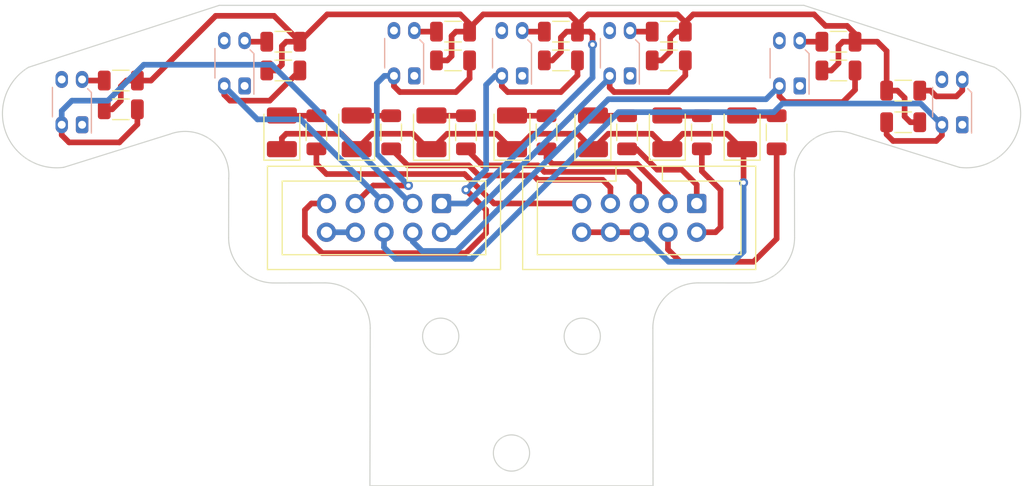
<source format=kicad_pcb>
(kicad_pcb (version 20221018) (generator pcbnew)
  (layers (0 "F.Cu" signal) (31 "B.Cu" signal) (34 "B.Paste" user) (35 "F.Paste" user) (36 "B.SilkS" user "B.Silkscreen") (37 "F.SilkS" user "F.Silkscreen") (38 "B.Mask" user) (39 "F.Mask" user) (44 "Edge.Cuts" user))
  (net 0 "")
  (net 1 "GND1")
  (net 2 "Net-(D1-A)")
  (net 3 "Net-(D2-A)")
  (net 4 "Net-(D3-A)")
  (net 5 "Net-(D4-A)")
  (net 6 "Net-(D5-A)")
  (net 7 "Net-(D6-A)")
  (net 8 "Net-(D7-A)")
  (net 9 "+3V3")
  (net 10 "A0_C")
  (net 11 "A1_C")
  (net 12 "A2_C")
  (net 13 "A3_C")
  (net 14 "A4_C")
  (net 15 "A5_C")
  (net 16 "A6_C")
  (net 17 "GND")
  (net 18 "LD0_C")
  (net 19 "LD1_C")
  (net 20 "LD2_C")
  (net 21 "LD3_C")
  (net 22 "LD4_C")
  (net 23 "LD5_C")
  (net 24 "LD6_C")
  (net 25 "Net-(U1-A)")
  (net 26 "Net-(U2-A)")
  (net 27 "Net-(U3-A)")
  (net 28 "Net-(U4-A)")
  (net 29 "Net-(U5-A)")
  (net 30 "Net-(U6-A)")
  (net 31 "Net-(U7-A)")
  (footprint "Resistor_SMD:R_1206_3216Metric" (layer "F.Cu") (at 164.211 78.486)
    (fp_text reference "R4" hide)
    (fp_text value "R")
    (pad "1" smd roundrect (at -1.4625 0) (size 1.125 1.75) (layers "F.Cu" "F.Paste" "F.Mask") (roundrect_rratio 0.222222) (net 9 "+3V3"))
    (pad "2" smd roundrect (at 1.4625 0) (size 1.125 1.75) (layers "F.Cu" "F.Paste" "F.Mask") (roundrect_rratio 0.222222) (net 14 "A4_C"))
  )
  (footprint "LED_SMD:LED_1210_3225Metric_Pad1.42x2.65mm_HandSolder" (layer "F.Cu") (at 164.084 84.836 90)
    (fp_text reference "D6" hide)
    (fp_text value "LED")
    (pad "1" smd roundrect (at -1.4875 0 90) (size 1.425 2.65) (layers "F.Cu" "F.Paste" "F.Mask") (roundrect_rratio 0.175439) (net 1 "GND1"))
    (pad "2" smd roundrect (at 1.4875 0 90) (size 1.425 2.65) (layers "F.Cu" "F.Paste" "F.Mask") (roundrect_rratio 0.175439) (net 7 "Net-(D6-A)"))
  )
  (footprint "LED_SMD:LED_1210_3225Metric_Pad1.42x2.65mm_HandSolder" (layer "F.Cu") (at 157.5165 84.836 90)
    (fp_text reference "D5" hide)
    (fp_text value "LED")
    (pad "1" smd roundrect (at -1.4875 0 90) (size 1.425 2.65) (layers "F.Cu" "F.Paste" "F.Mask") (roundrect_rratio 0.175439) (net 1 "GND1"))
    (pad "2" smd roundrect (at 1.4875 0 90) (size 1.425 2.65) (layers "F.Cu" "F.Paste" "F.Mask") (roundrect_rratio 0.175439) (net 6 "Net-(D5-A)"))
  )
  (footprint "Resistor_SMD:R_1206_3216Metric" (layer "F.Cu") (at 145.161 78.486)
    (fp_text reference "R11" hide)
    (fp_text value "R")
    (pad "1" smd roundrect (at -1.4625 0) (size 1.125 1.75) (layers "F.Cu" "F.Paste" "F.Mask") (roundrect_rratio 0.222222) (net 9 "+3V3"))
    (pad "2" smd roundrect (at 1.4625 0) (size 1.125 1.75) (layers "F.Cu" "F.Paste" "F.Mask") (roundrect_rratio 0.222222) (net 12 "A2_C"))
  )
  (footprint "Resistor_SMD:R_1206_3216Metric" (layer "F.Cu") (at 179.197 79.375)
    (fp_text reference "R8" hide)
    (fp_text value "R")
    (pad "1" smd roundrect (at -1.4625 0) (size 1.125 1.75) (layers "F.Cu" "F.Paste" "F.Mask") (roundrect_rratio 0.222222) (net 9 "+3V3"))
    (pad "2" smd roundrect (at 1.4625 0) (size 1.125 1.75) (layers "F.Cu" "F.Paste" "F.Mask") (roundrect_rratio 0.222222) (net 15 "A5_C"))
  )
  (footprint "AB_Connector_IDC:IDC-Header_2x05_P2.54mm_Vertical" (layer "F.Cu") (at 166.68 91.12 -90)
    (fp_text reference "J4" hide)
    (fp_text value "Conn_02x05_Odd_Even")
    (pad "1" thru_hole roundrect (at 0 0 270) (size 1.7 1.7) (drill 1) (layers "*.Cu" "*.Mask") (roundrect_rratio 0.147059) (net 18 "LD0_C"))
    (pad "2" thru_hole circle (at 2.54 0 270) (size 1.7 1.7) (drill 1) (layers "*.Cu" "*.Mask") (net 23 "LD5_C"))
    (pad "3" thru_hole circle (at 0 2.54 270) (size 1.7 1.7) (drill 1) (layers "*.Cu" "*.Mask") (net 19 "LD1_C"))
    (pad "4" thru_hole circle (at 2.54 2.54 270) (size 1.7 1.7) (drill 1) (layers "*.Cu" "*.Mask") (net 24 "LD6_C"))
    (pad "5" thru_hole circle (at 0 5.08 270) (size 1.7 1.7) (drill 1) (layers "*.Cu" "*.Mask") (net 20 "LD2_C"))
    (pad "6" thru_hole circle (at 2.54 5.08 270) (size 1.7 1.7) (drill 1) (layers "*.Cu" "*.Mask") (net 1 "GND1"))
    (pad "7" thru_hole circle (at 0 7.62 270) (size 1.7 1.7) (drill 1) (layers "*.Cu" "*.Mask") (net 21 "LD3_C"))
    (pad "8" thru_hole circle (at 2.54 7.62 270) (size 1.7 1.7) (drill 1) (layers "*.Cu" "*.Mask") (net 1 "GND1"))
    (pad "9" thru_hole circle (at 0 10.16 270) (size 1.7 1.7) (drill 1) (layers "*.Cu" "*.Mask") (net 22 "LD4_C"))
    (pad "10" thru_hole circle (at 2.54 10.16 270) (size 1.7 1.7) (drill 1) (layers "*.Cu" "*.Mask") (net 1 "GND1"))
  )
  (footprint "LED_SMD:LED_1210_3225Metric_Pad1.42x2.65mm_HandSolder" (layer "F.Cu") (at 150.368 84.836 90)
    (fp_text reference "D4" hide)
    (fp_text value "LED")
    (pad "1" smd roundrect (at -1.4875 0 90) (size 1.425 2.65) (layers "F.Cu" "F.Paste" "F.Mask") (roundrect_rratio 0.175439) (net 1 "GND1"))
    (pad "2" smd roundrect (at 1.4875 0 90) (size 1.425 2.65) (layers "F.Cu" "F.Paste" "F.Mask") (roundrect_rratio 0.175439) (net 5 "Net-(D4-A)"))
  )
  (footprint "Resistor_SMD:R_1206_3216Metric" (layer "F.Cu") (at 139.7 84.836 -90)
    (fp_text reference "R16" hide)
    (fp_text value "R")
    (pad "1" smd roundrect (at -1.4625 0 270) (size 1.125 1.75) (layers "F.Cu" "F.Paste" "F.Mask") (roundrect_rratio 0.222222) (net 3 "Net-(D2-A)"))
    (pad "2" smd roundrect (at 1.4625 0 270) (size 1.125 1.75) (layers "F.Cu" "F.Paste" "F.Mask") (roundrect_rratio 0.222222) (net 21 "LD3_C"))
  )
  (footprint "Resistor_SMD:R_1206_3216Metric" (layer "F.Cu") (at 130.175 79.375)
    (fp_text reference "R7" hide)
    (fp_text value "R")
    (pad "1" smd roundrect (at -1.4625 0) (size 1.125 1.75) (layers "F.Cu" "F.Paste" "F.Mask") (roundrect_rratio 0.222222) (net 9 "+3V3"))
    (pad "2" smd roundrect (at 1.4625 0) (size 1.125 1.75) (layers "F.Cu" "F.Paste" "F.Mask") (roundrect_rratio 0.222222) (net 11 "A1_C"))
  )
  (footprint "LED_SMD:LED_1210_3225Metric_Pad1.42x2.65mm_HandSolder" (layer "F.Cu") (at 130.048 84.836 90)
    (fp_text reference "D1" hide)
    (fp_text value "LED")
    (pad "1" smd roundrect (at -1.4875 0 90) (size 1.425 2.65) (layers "F.Cu" "F.Paste" "F.Mask") (roundrect_rratio 0.175439) (net 1 "GND1"))
    (pad "2" smd roundrect (at 1.4875 0 90) (size 1.425 2.65) (layers "F.Cu" "F.Paste" "F.Mask") (roundrect_rratio 0.175439) (net 2 "Net-(D1-A)"))
  )
  (footprint "LED_SMD:LED_1210_3225Metric_Pad1.42x2.65mm_HandSolder" (layer "F.Cu") (at 170.688 84.836 90)
    (fp_text reference "D7" hide)
    (fp_text value "LED")
    (pad "1" smd roundrect (at -1.4875 0 90) (size 1.425 2.65) (layers "F.Cu" "F.Paste" "F.Mask") (roundrect_rratio 0.175439) (net 1 "GND1"))
    (pad "2" smd roundrect (at 1.4875 0 90) (size 1.425 2.65) (layers "F.Cu" "F.Paste" "F.Mask") (roundrect_rratio 0.175439) (net 8 "Net-(D7-A)"))
  )
  (footprint "Resistor_SMD:R_1206_3216Metric" (layer "F.Cu") (at 146.304 84.836 -90)
    (fp_text reference "R17" hide)
    (fp_text value "R")
    (pad "1" smd roundrect (at -1.4625 0 270) (size 1.125 1.75) (layers "F.Cu" "F.Paste" "F.Mask") (roundrect_rratio 0.222222) (net 4 "Net-(D3-A)"))
    (pad "2" smd roundrect (at 1.4625 0 270) (size 1.125 1.75) (layers "F.Cu" "F.Paste" "F.Mask") (roundrect_rratio 0.222222) (net 20 "LD2_C"))
  )
  (footprint "Resistor_SMD:R_1206_3216Metric" (layer "F.Cu") (at 153.416 84.836 -90)
    (fp_text reference "R18" hide)
    (fp_text value "R")
    (pad "1" smd roundrect (at -1.4625 0 270) (size 1.125 1.75) (layers "F.Cu" "F.Paste" "F.Mask") (roundrect_rratio 0.222222) (net 5 "Net-(D4-A)"))
    (pad "2" smd roundrect (at 1.4625 0 270) (size 1.125 1.75) (layers "F.Cu" "F.Paste" "F.Mask") (roundrect_rratio 0.222222) (net 19 "LD1_C"))
  )
  (footprint "AB_Connector_IDC:IDC-Header_2x05_P2.54mm_Vertical" (layer "F.Cu") (at 144.145 91.123 -90)
    (fp_text reference "J2" hide)
    (fp_text value "Conn_02x05_Odd_Even")
    (pad "1" thru_hole roundrect (at 0 0 270) (size 1.7 1.7) (drill 1) (layers "*.Cu" "*.Mask") (roundrect_rratio 0.147059) (net 9 "+3V3"))
    (pad "2" thru_hole circle (at 2.54 0 270) (size 1.7 1.7) (drill 1) (layers "*.Cu" "*.Mask") (net 14 "A4_C"))
    (pad "3" thru_hole circle (at 0 2.54 270) (size 1.7 1.7) (drill 1) (layers "*.Cu" "*.Mask") (net 10 "A0_C"))
    (pad "4" thru_hole circle (at 2.54 2.54 270) (size 1.7 1.7) (drill 1) (layers "*.Cu" "*.Mask") (net 15 "A5_C"))
    (pad "5" thru_hole circle (at 0 5.08 270) (size 1.7 1.7) (drill 1) (layers "*.Cu" "*.Mask") (net 11 "A1_C"))
    (pad "6" thru_hole circle (at 2.54 5.08 270) (size 1.7 1.7) (drill 1) (layers "*.Cu" "*.Mask") (net 16 "A6_C"))
    (pad "7" thru_hole circle (at 0 7.62 270) (size 1.7 1.7) (drill 1) (layers "*.Cu" "*.Mask") (net 12 "A2_C"))
    (pad "8" thru_hole circle (at 2.54 7.62 270) (size 1.7 1.7) (drill 1) (layers "*.Cu" "*.Mask") (net 17 "GND"))
    (pad "9" thru_hole circle (at 0 10.16 270) (size 1.7 1.7) (drill 1) (layers "*.Cu" "*.Mask") (net 13 "A3_C"))
    (pad "10" thru_hole circle (at 2.54 10.16 270) (size 1.7 1.7) (drill 1) (layers "*.Cu" "*.Mask") (net 17 "GND"))
  )
  (footprint "LED_SMD:LED_1210_3225Metric_Pad1.42x2.65mm_HandSolder" (layer "F.Cu") (at 143.256 84.836 90)
    (fp_text reference "D3" hide)
    (fp_text value "LED")
    (pad "1" smd roundrect (at -1.4875 0 90) (size 1.425 2.65) (layers "F.Cu" "F.Paste" "F.Mask") (roundrect_rratio 0.175439) (net 1 "GND1"))
    (pad "2" smd roundrect (at 1.4875 0 90) (size 1.425 2.65) (layers "F.Cu" "F.Paste" "F.Mask") (roundrect_rratio 0.175439) (net 4 "Net-(D3-A)"))
  )
  (footprint "Resistor_SMD:R_1206_3216Metric" (layer "F.Cu") (at 154.686 78.486)
    (fp_text reference "R14" hide)
    (fp_text value "R")
    (pad "1" smd roundrect (at -1.4625 0) (size 1.125 1.75) (layers "F.Cu" "F.Paste" "F.Mask") (roundrect_rratio 0.222222) (net 9 "+3V3"))
    (pad "2" smd roundrect (at 1.4625 0) (size 1.125 1.75) (layers "F.Cu" "F.Paste" "F.Mask") (roundrect_rratio 0.222222) (net 13 "A3_C"))
  )
  (footprint "Resistor_SMD:R_1206_3216Metric" (layer "F.Cu") (at 133.096 84.836 -90)
    (fp_text reference "R15" hide)
    (fp_text value "R")
    (pad "1" smd roundrect (at -1.4625 0 270) (size 1.125 1.75) (layers "F.Cu" "F.Paste" "F.Mask") (roundrect_rratio 0.222222) (net 2 "Net-(D1-A)"))
    (pad "2" smd roundrect (at 1.4625 0 270) (size 1.125 1.75) (layers "F.Cu" "F.Paste" "F.Mask") (roundrect_rratio 0.222222) (net 22 "LD4_C"))
  )
  (footprint "Resistor_SMD:R_1206_3216Metric" (layer "F.Cu") (at 164.211 75.946 180)
    (fp_text reference "R2" hide)
    (fp_text value "R")
    (pad "1" smd roundrect (at -1.4625 0 180) (size 1.125 1.75) (layers "F.Cu" "F.Paste" "F.Mask") (roundrect_rratio 0.222222) (net 9 "+3V3"))
    (pad "2" smd roundrect (at 1.4625 0 180) (size 1.125 1.75) (layers "F.Cu" "F.Paste" "F.Mask") (roundrect_rratio 0.222222) (net 29 "Net-(U5-A)"))
  )
  (footprint "LED_SMD:LED_1210_3225Metric_Pad1.42x2.65mm_HandSolder" (layer "F.Cu") (at 136.652 84.836 90)
    (fp_text reference "D2" hide)
    (fp_text value "LED")
    (pad "1" smd roundrect (at -1.4875 0 90) (size 1.425 2.65) (layers "F.Cu" "F.Paste" "F.Mask") (roundrect_rratio 0.175439) (net 1 "GND1"))
    (pad "2" smd roundrect (at 1.4875 0 90) (size 1.425 2.65) (layers "F.Cu" "F.Paste" "F.Mask") (roundrect_rratio 0.175439) (net 3 "Net-(D2-A)"))
  )
  (footprint "Resistor_SMD:R_1206_3216Metric" (layer "F.Cu") (at 115.824 82.804)
    (fp_text reference "R3" hide)
    (fp_text value "R")
    (pad "1" smd roundrect (at -1.4625 0) (size 1.125 1.75) (layers "F.Cu" "F.Paste" "F.Mask") (roundrect_rratio 0.222222) (net 9 "+3V3"))
    (pad "2" smd roundrect (at 1.4625 0) (size 1.125 1.75) (layers "F.Cu" "F.Paste" "F.Mask") (roundrect_rratio 0.222222) (net 10 "A0_C"))
  )
  (footprint "Resistor_SMD:R_1206_3216Metric" (layer "F.Cu") (at 167.132 84.836 -90)
    (fp_text reference "R20" hide)
    (fp_text value "R")
    (pad "1" smd roundrect (at -1.4625 0 270) (size 1.125 1.75) (layers "F.Cu" "F.Paste" "F.Mask") (roundrect_rratio 0.222222) (net 7 "Net-(D6-A)"))
    (pad "2" smd roundrect (at 1.4625 0 270) (size 1.125 1.75) (layers "F.Cu" "F.Paste" "F.Mask") (roundrect_rratio 0.222222) (net 23 "LD5_C"))
  )
  (footprint "Resistor_SMD:R_1206_3216Metric" (layer "F.Cu") (at 160.528 84.836 -90)
    (fp_text reference "R19" hide)
    (fp_text value "R")
    (pad "1" smd roundrect (at -1.4625 0 270) (size 1.125 1.75) (layers "F.Cu" "F.Paste" "F.Mask") (roundrect_rratio 0.222222) (net 6 "Net-(D5-A)"))
    (pad "2" smd roundrect (at 1.4625 0 270) (size 1.125 1.75) (layers "F.Cu" "F.Paste" "F.Mask") (roundrect_rratio 0.222222) (net 18 "LD0_C"))
  )
  (footprint "Resistor_SMD:R_1206_3216Metric" (layer "F.Cu") (at 184.912 81.153)
    (fp_text reference "R10" hide)
    (fp_text value "R")
    (pad "1" smd roundrect (at -1.4625 0) (size 1.125 1.75) (layers "F.Cu" "F.Paste" "F.Mask") (roundrect_rratio 0.222222) (net 9 "+3V3"))
    (pad "2" smd roundrect (at 1.4625 0) (size 1.125 1.75) (layers "F.Cu" "F.Paste" "F.Mask") (roundrect_rratio 0.222222) (net 31 "Net-(U7-A)"))
  )
  (footprint "Resistor_SMD:R_1206_3216Metric" (layer "F.Cu") (at 154.686 75.946 180)
    (fp_text reference "R13" hide)
    (fp_text value "R")
    (pad "1" smd roundrect (at -1.4625 0 180) (size 1.125 1.75) (layers "F.Cu" "F.Paste" "F.Mask") (roundrect_rratio 0.222222) (net 9 "+3V3"))
    (pad "2" smd roundrect (at 1.4625 0 180) (size 1.125 1.75) (layers "F.Cu" "F.Paste" "F.Mask") (roundrect_rratio 0.222222) (net 28 "Net-(U4-A)"))
  )
  (footprint "Resistor_SMD:R_1206_3216Metric" (layer "F.Cu") (at 115.824 80.264 180)
    (fp_text reference "R1" hide)
    (fp_text value "R")
    (pad "1" smd roundrect (at -1.4625 0 180) (size 1.125 1.75) (layers "F.Cu" "F.Paste" "F.Mask") (roundrect_rratio 0.222222) (net 9 "+3V3"))
    (pad "2" smd roundrect (at 1.4625 0 180) (size 1.125 1.75) (layers "F.Cu" "F.Paste" "F.Mask") (roundrect_rratio 0.222222) (net 25 "Net-(U1-A)"))
  )
  (footprint "Resistor_SMD:R_1206_3216Metric" (layer "F.Cu") (at 145.161 75.946 180)
    (fp_text reference "R9" hide)
    (fp_text value "R")
    (pad "1" smd roundrect (at -1.4625 0 180) (size 1.125 1.75) (layers "F.Cu" "F.Paste" "F.Mask") (roundrect_rratio 0.222222) (net 9 "+3V3"))
    (pad "2" smd roundrect (at 1.4625 0 180) (size 1.125 1.75) (layers "F.Cu" "F.Paste" "F.Mask") (roundrect_rratio 0.222222) (net 27 "Net-(U3-A)"))
  )
  (footprint "Resistor_SMD:R_1206_3216Metric" (layer "F.Cu") (at 173.736 84.836 -90)
    (fp_text reference "R21" hide)
    (fp_text value "R")
    (pad "1" smd roundrect (at -1.4625 0 270) (size 1.125 1.75) (layers "F.Cu" "F.Paste" "F.Mask") (roundrect_rratio 0.222222) (net 8 "Net-(D7-A)"))
    (pad "2" smd roundrect (at 1.4625 0 270) (size 1.125 1.75) (layers "F.Cu" "F.Paste" "F.Mask") (roundrect_rratio 0.222222) (net 24 "LD6_C"))
  )
  (footprint "Resistor_SMD:R_1206_3216Metric" (layer "F.Cu") (at 179.197 76.835 180)
    (fp_text reference "R6" hide)
    (fp_text value "R")
    (pad "1" smd roundrect (at -1.4625 0 180) (size 1.125 1.75) (layers "F.Cu" "F.Paste" "F.Mask") (roundrect_rratio 0.222222) (net 9 "+3V3"))
    (pad "2" smd roundrect (at 1.4625 0 180) (size 1.125 1.75) (layers "F.Cu" "F.Paste" "F.Mask") (roundrect_rratio 0.222222) (net 30 "Net-(U6-A)"))
  )
  (footprint "Resistor_SMD:R_1206_3216Metric" (layer "F.Cu") (at 184.912 83.947 180)
    (fp_text reference "R12" hide)
    (fp_text value "R")
    (pad "1" smd roundrect (at -1.4625 0 180) (size 1.125 1.75) (layers "F.Cu" "F.Paste" "F.Mask") (roundrect_rratio 0.222222) (net 9 "+3V3"))
    (pad "2" smd roundrect (at 1.4625 0 180) (size 1.125 1.75) (layers "F.Cu" "F.Paste" "F.Mask") (roundrect_rratio 0.222222) (net 16 "A6_C"))
  )
  (footprint "Resistor_SMD:R_1206_3216Metric" (layer "F.Cu") (at 130.175 76.835 180)
    (fp_text reference "R5" hide)
    (fp_text value "R")
    (pad "1" smd roundrect (at -1.4625 0 180) (size 1.125 1.75) (layers "F.Cu" "F.Paste" "F.Mask") (roundrect_rratio 0.222222) (net 9 "+3V3"))
    (pad "2" smd roundrect (at 1.4625 0 180) (size 1.125 1.75) (layers "F.Cu" "F.Paste" "F.Mask") (roundrect_rratio 0.222222) (net 26 "Net-(U2-A)"))
  )
  (footprint "OptoDevice:Everlight_ITR8307F43" (layer "B.Cu") (at 151.268 79.851 180)
    (fp_text reference "U4" hide)
    (fp_text value "ITR8307-F43")
    (pad "1" thru_hole roundrect (at 0 0 180) (size 1.1 1.5) (drill 0.7) (layers "*.Cu" "*.Mask") (roundrect_rratio 0.227) (net 17 "GND"))
    (pad "2" thru_hole oval (at 0 4 180) (size 1.1 1.5) (drill 0.7) (layers "*.Cu" "*.Mask") (net 28 "Net-(U4-A)"))
    (pad "3" thru_hole oval (at 1.8 0 180) (size 1.1 1.5) (drill 0.7) (layers "*.Cu" "*.Mask") (net 13 "A3_C"))
    (pad "4" thru_hole oval (at 1.8 4 180) (size 1.1 1.5) (drill 0.7) (layers "*.Cu" "*.Mask") (net 17 "GND"))
  )
  (footprint "OptoDevice:Everlight_ITR8307F43" (layer "B.Cu") (at 126.757 80.74 180)
    (fp_text reference "U2" hide)
    (fp_text value "ITR8307-F43")
    (pad "1" thru_hole roundrect (at 0 0 180) (size 1.1 1.5) (drill 0.7) (layers "*.Cu" "*.Mask") (roundrect_rratio 0.227) (net 17 "GND"))
    (pad "2" thru_hole oval (at 0 4 180) (size 1.1 1.5) (drill 0.7) (layers "*.Cu" "*.Mask") (net 26 "Net-(U2-A)"))
    (pad "3" thru_hole oval (at 1.8 0 180) (size 1.1 1.5) (drill 0.7) (layers "*.Cu" "*.Mask") (net 11 "A1_C"))
    (pad "4" thru_hole oval (at 1.8 4 180) (size 1.1 1.5) (drill 0.7) (layers "*.Cu" "*.Mask") (net 17 "GND"))
  )
  (footprint "OptoDevice:Everlight_ITR8307F43" (layer "B.Cu") (at 190.13 84.169 180)
    (fp_text reference "U7" hide)
    (fp_text value "ITR8307-F43")
    (pad "1" thru_hole roundrect (at 0 0 180) (size 1.1 1.5) (drill 0.7) (layers "*.Cu" "*.Mask") (roundrect_rratio 0.227) (net 17 "GND"))
    (pad "2" thru_hole oval (at 0 4 180) (size 1.1 1.5) (drill 0.7) (layers "*.Cu" "*.Mask") (net 31 "Net-(U7-A)"))
    (pad "3" thru_hole oval (at 1.8 0 180) (size 1.1 1.5) (drill 0.7) (layers "*.Cu" "*.Mask") (net 16 "A6_C"))
    (pad "4" thru_hole oval (at 1.8 4 180) (size 1.1 1.5) (drill 0.7) (layers "*.Cu" "*.Mask") (net 17 "GND"))
  )
  (footprint "OptoDevice:Everlight_ITR8307F43" (layer "B.Cu") (at 175.779 80.74 180)
    (fp_text reference "U6" hide)
    (fp_text value "ITR8307-F43")
    (pad "1" thru_hole roundrect (at 0 0 180) (size 1.1 1.5) (drill 0.7) (layers "*.Cu" "*.Mask") (roundrect_rratio 0.227) (net 17 "GND"))
    (pad "2" thru_hole oval (at 0 4 180) (size 1.1 1.5) (drill 0.7) (layers "*.Cu" "*.Mask") (net 30 "Net-(U6-A)"))
    (pad "3" thru_hole oval (at 1.8 0 180) (size 1.1 1.5) (drill 0.7) (layers "*.Cu" "*.Mask") (net 15 "A5_C"))
    (pad "4" thru_hole oval (at 1.8 4 180) (size 1.1 1.5) (drill 0.7) (layers "*.Cu" "*.Mask") (net 17 "GND"))
  )
  (footprint "OptoDevice:Everlight_ITR8307F43" (layer "B.Cu") (at 112.406 84.169 180)
    (fp_text reference "U1" hide)
    (fp_text value "ITR8307-F43")
    (pad "1" thru_hole roundrect (at 0 0 180) (size 1.1 1.5) (drill 0.7) (layers "*.Cu" "*.Mask") (roundrect_rratio 0.227) (net 17 "GND"))
    (pad "2" thru_hole oval (at 0 4 180) (size 1.1 1.5) (drill 0.7) (layers "*.Cu" "*.Mask") (net 25 "Net-(U1-A)"))
    (pad "3" thru_hole oval (at 1.8 0 180) (size 1.1 1.5) (drill 0.7) (layers "*.Cu" "*.Mask") (net 10 "A0_C"))
    (pad "4" thru_hole oval (at 1.8 4 180) (size 1.1 1.5) (drill 0.7) (layers "*.Cu" "*.Mask") (net 17 "GND"))
  )
  (footprint "OptoDevice:Everlight_ITR8307F43" (layer "B.Cu") (at 160.793 79.851 180)
    (fp_text reference "U5" hide)
    (fp_text value "ITR8307-F43")
    (pad "1" thru_hole roundrect (at 0 0 180) (size 1.1 1.5) (drill 0.7) (layers "*.Cu" "*.Mask") (roundrect_rratio 0.227) (net 17 "GND"))
    (pad "2" thru_hole oval (at 0 4 180) (size 1.1 1.5) (drill 0.7) (layers "*.Cu" "*.Mask") (net 29 "Net-(U5-A)"))
    (pad "3" thru_hole oval (at 1.8 0 180) (size 1.1 1.5) (drill 0.7) (layers "*.Cu" "*.Mask") (net 14 "A4_C"))
    (pad "4" thru_hole oval (at 1.8 4 180) (size 1.1 1.5) (drill 0.7) (layers "*.Cu" "*.Mask") (net 17 "GND"))
  )
  (footprint "OptoDevice:Everlight_ITR8307F43" (layer "B.Cu") (at 141.743 79.851 180)
    (fp_text reference "U3" hide)
    (fp_text value "ITR8307-F43")
    (pad "1" thru_hole roundrect (at 0 0 180) (size 1.1 1.5) (drill 0.7) (layers "*.Cu" "*.Mask") (roundrect_rratio 0.227) (net 17 "GND"))
    (pad "2" thru_hole oval (at 0 4 180) (size 1.1 1.5) (drill 0.7) (layers "*.Cu" "*.Mask") (net 27 "Net-(U3-A)"))
    (pad "3" thru_hole oval (at 1.8 0 180) (size 1.1 1.5) (drill 0.7) (layers "*.Cu" "*.Mask") (net 12 "A2_C"))
    (pad "4" thru_hole oval (at 1.8 4 180) (size 1.1 1.5) (drill 0.7) (layers "*.Cu" "*.Mask") (net 17 "GND"))
  )
  (gr_arc (start 192.977589 79.091963) (mid 195.012546 84.771126) (end 189.871789 87.928112) (stroke (width 0.1)) (layer "Edge.Cuts"))
  (gr_circle (center 144.072 102.8446) (end 142.472 102.8446) (stroke (width 0.1)) (fill none) (layer "Edge.Cuts"))
  (gr_line (start 180.508115 84.994661) (end 189.871789 87.928112) (stroke (width 0.1)) (layer "Edge.Cuts"))
  (gr_circle (center 150.322 113.1546) (end 148.722 113.1546) (stroke (width 0.1)) (fill none) (layer "Edge.Cuts"))
  (gr_line (start 125.354427 88.903173) (end 125.344027 94.139373) (stroke (width 0.1)) (layer "Edge.Cuts"))
  (gr_line (start 129.344027 98.139373) (end 133.85 98.1334) (stroke (width 0.1)) (layer "Edge.Cuts"))
  (gr_arc (start 110.78421 87.928113) (mid 105.643453 84.771127) (end 107.67841 79.091964) (stroke (width 0.1)) (layer "Edge.Cuts"))
  (gr_line (start 137.85 102.1334) (end 137.822 116.0526) (stroke (width 0.1)) (layer "Edge.Cuts"))
  (gr_arc (start 120.157111 84.997835) (mid 123.821456 85.532263) (end 125.354427 88.903173) (stroke (width 0.1)) (layer "Edge.Cuts"))
  (gr_circle (center 156.572 102.8446) (end 154.972 102.8446) (stroke (width 0.1)) (fill none) (layer "Edge.Cuts"))
  (gr_arc (start 175.3108 88.9) (mid 176.843772 85.52909) (end 180.508116 84.994662) (stroke (width 0.1)) (layer "Edge.Cuts"))
  (gr_line (start 162.822 116.0526) (end 137.822 116.0526) (stroke (width 0.1)) (layer "Edge.Cuts"))
  (gr_line (start 166.806 98.1334) (end 171.3212 98.1362) (stroke (width 0.1)) (layer "Edge.Cuts"))
  (gr_line (start 124.514979 73.623576) (end 176.14102 73.623575) (stroke (width 0.1)) (layer "Edge.Cuts"))
  (gr_line (start 120.157111 84.997835) (end 110.78421 87.928113) (stroke (width 0.1)) (layer "Edge.Cuts"))
  (gr_arc (start 162.806 102.1334) (mid 163.977573 99.304973) (end 166.806 98.1334) (stroke (width 0.1)) (layer "Edge.Cuts"))
  (gr_arc (start 129.344027 98.139373) (mid 126.515565 96.967819) (end 125.344027 94.139373) (stroke (width 0.1)) (layer "Edge.Cuts"))
  (gr_arc (start 133.85 98.1334) (mid 136.67843 99.304972) (end 137.85 102.1334) (stroke (width 0.1)) (layer "Edge.Cuts"))
  (gr_line (start 175.3108 88.9) (end 175.3212 94.1362) (stroke (width 0.1)) (layer "Edge.Cuts"))
  (gr_line (start 162.806 102.1334) (end 162.822 116.0526) (stroke (width 0.1)) (layer "Edge.Cuts"))
  (gr_arc (start 175.3212 94.1362) (mid 174.149627 96.964627) (end 171.3212 98.1362) (stroke (width 0.1)) (layer "Edge.Cuts"))
  (gr_line (start 192.977589 79.091963) (end 176.14102 73.623575) (stroke (width 0.1)) (layer "Edge.Cuts"))
  (gr_line (start 107.67841 79.091964) (end 124.514979 73.623576) (stroke (width 0.1)) (layer "Edge.Cuts"))
  (segment (start 143.256 86.3235) (end 143.2925 86.3235) (width 0.5) (layer "F.Cu") (net 1))
  (segment (start 164.084 86.3235) (end 165.4445 84.963) (width 0.5) (layer "F.Cu") (net 1))
  (segment (start 144.653 84.963) (end 148.971 84.963) (width 0.5) (layer "F.Cu") (net 1))
  (segment (start 135.2915 84.963) (end 136.652 86.3235) (width 0.5) (layer "F.Cu") (net 1))
  (segment (start 159.06 93.66) (end 156.52 93.66) (width 0.5) (layer "F.Cu") (net 1))
  (segment (start 138.0125 84.963) (end 141.605 84.963) (width 0.5) (layer "F.Cu") (net 1))
  (segment (start 136.652 86.3235) (end 138.0125 84.963) (width 0.5) (layer "F.Cu") (net 1))
  (segment (start 157.5165 86.3235) (end 158.877 84.963) (width 0.5) (layer "F.Cu") (net 1))
  (segment (start 156.156 84.963) (end 157.5165 86.3235) (width 0.5) (layer "F.Cu") (net 1))
  (segment (start 165.4445 84.963) (end 169.3275 84.963) (width 0.5) (layer "F.Cu") (net 1))
  (segment (start 158.877 84.963) (end 162.7235 84.963) (width 0.5) (layer "F.Cu") (net 1))
  (segment (start 169.3275 84.963) (end 170.688 86.3235) (width 0.5) (layer "F.Cu") (net 1))
  (segment (start 141.605 84.963) (end 142.9655 86.3235) (width 0.5) (layer "F.Cu") (net 1))
  (segment (start 148.971 84.963) (end 150.3315 86.3235) (width 0.5) (layer "F.Cu") (net 1))
  (segment (start 170.815 89.281) (end 170.815 86.4505) (width 0.5) (layer "F.Cu") (net 1))
  (segment (start 130.429 84.963) (end 135.2915 84.963) (width 0.5) (layer "F.Cu") (net 1))
  (segment (start 162.7235 84.963) (end 164.084 86.3235) (width 0.5) (layer "F.Cu") (net 1))
  (segment (start 150.7855 86.3235) (end 152.146 84.963) (width 0.5) (layer "F.Cu") (net 1))
  (segment (start 130.048 86.3235) (end 130.048 85.344) (width 0.5) (layer "F.Cu") (net 1))
  (segment (start 152.146 84.963) (end 156.156 84.963) (width 0.5) (layer "F.Cu") (net 1))
  (segment (start 130.048 85.344) (end 130.429 84.963) (width 0.5) (layer "F.Cu") (net 1))
  (segment (start 150.368 86.3235) (end 150.7855 86.3235) (width 0.5) (layer "F.Cu") (net 1))
  (segment (start 170.815 86.4505) (end 170.688 86.3235) (width 0.5) (layer "F.Cu") (net 1))
  (segment (start 143.2925 86.3235) (end 144.653 84.963) (width 0.5) (layer "F.Cu") (net 1))
  (segment (start 142.9655 86.3235) (end 143.256 86.3235) (width 0.5) (layer "F.Cu") (net 1))
  (segment (start 161.6 93.66) (end 159.06 93.66) (width 0.5) (layer "F.Cu") (net 1))
  (segment (start 150.3315 86.3235) (end 150.368 86.3235) (width 0.5) (layer "F.Cu") (net 1))
  (via (at 170.815 89.281) (size 0.8) (drill 0.4) (layers "F.Cu" "B.Cu") (net 1))
  (segment (start 161.6 93.66) (end 164.206 96.266) (width 0.5) (layer "B.Cu") (net 1))
  (segment (start 164.206 96.266) (end 169.926 96.266) (width 0.5) (layer "B.Cu") (net 1))
  (segment (start 170.815 95.377) (end 170.815 89.916) (width 0.5) (layer "B.Cu") (net 1))
  (segment (start 169.926 96.266) (end 170.815 95.377) (width 0.5) (layer "B.Cu") (net 1))
  (segment (start 170.815 89.916) (end 170.815 89.281) (width 0.5) (layer "B.Cu") (net 1))
  (segment (start 133.096 83.3735) (end 130.073 83.3735) (width 0.5) (layer "F.Cu") (net 2))
  (segment (start 130.073 83.3735) (end 130.048 83.3485) (width 0.5) (layer "F.Cu") (net 2))
  (segment (start 139.7 83.3735) (end 136.677 83.3735) (width 0.5) (layer "F.Cu") (net 3))
  (segment (start 136.677 83.3735) (end 136.652 83.3485) (width 0.5) (layer "F.Cu") (net 3))
  (segment (start 146.304 83.3735) (end 143.281 83.3735) (width 0.5) (layer "F.Cu") (net 4))
  (segment (start 143.281 83.3735) (end 143.256 83.3485) (width 0.5) (layer "F.Cu") (net 4))
  (segment (start 150.393 83.3735) (end 150.368 83.3485) (width 0.5) (layer "F.Cu") (net 5))
  (segment (start 153.416 83.3735) (end 150.393 83.3735) (width 0.5) (layer "F.Cu") (net 5))
  (segment (start 157.5415 83.3735) (end 157.5165 83.3485) (width 0.5) (layer "F.Cu") (net 6))
  (segment (start 160.528 83.3735) (end 157.5415 83.3735) (width 0.5) (layer "F.Cu") (net 6))
  (segment (start 164.109 83.3735) (end 164.084 83.3485) (width 0.5) (layer "F.Cu") (net 7))
  (segment (start 167.132 83.3735) (end 164.109 83.3735) (width 0.5) (layer "F.Cu") (net 7))
  (segment (start 173.736 83.3735) (end 170.713 83.3735) (width 0.5) (layer "F.Cu") (net 8))
  (segment (start 170.713 83.3735) (end 170.688 83.3485) (width 0.5) (layer "F.Cu") (net 8))
  (segment (start 165.6735 75.1225) (end 165.6735 75.946) (width 0.5) (layer "F.Cu") (net 9))
  (segment (start 156.1485 75.3725) (end 157.099 74.422) (width 0.5) (layer "F.Cu") (net 9))
  (segment (start 184.404 81.153) (end 183.4495 81.153) (width 0.5) (layer "F.Cu") (net 9))
  (segment (start 145.796 74.422) (end 146.6235 75.2495) (width 0.5) (layer "F.Cu") (net 9))
  (segment (start 185.039 81.788) (end 184.404 81.153) (width 0.5) (layer "F.Cu") (net 9))
  (segment (start 178.054 75.438) (end 179.959 75.438) (width 0.5) (layer "F.Cu") (net 9))
  (segment (start 183.4495 81.153) (end 183.4495 77.6585) (width 0.5) (layer "F.Cu") (net 9))
  (segment (start 157.099 74.422) (end 164.973 74.422) (width 0.5) (layer "F.Cu") (net 9))
  (segment (start 165.6735 75.1185) (end 166.37 74.422) (width 0.5) (layer "F.Cu") (net 9))
  (segment (start 128.7125 79.375) (end 129.54 79.375) (width 0.5) (layer "F.Cu") (net 9))
  (segment (start 155.448 74.422) (end 156.1485 75.1225) (width 0.5) (layer "F.Cu") (net 9))
  (segment (start 183.4495 77.6585) (end 182.626 76.835) (width 0.5) (layer "F.Cu") (net 9))
  (segment (start 146.6235 75.946) (end 146.6235 75.6265) (width 0.5) (layer "F.Cu") (net 9))
  (segment (start 146.6235 75.6265) (end 147.828 74.422) (width 0.5) (layer "F.Cu") (net 9))
  (segment (start 153.924 78.486) (end 153.2235 78.486) (width 0.5) (layer "F.Cu") (net 9))
  (segment (start 157.48 77.089) (end 157.48 76.2) (width 0.5) (layer "F.Cu") (net 9))
  (segment (start 144.653 78.486) (end 145.034 78.105) (width 0.5) (layer "F.Cu") (net 9))
  (segment (start 164.338 76.454) (end 164.846 75.946) (width 0.5) (layer "F.Cu") (net 9))
  (segment (start 155.194 75.946) (end 154.686 76.454) (width 0.5) (layer "F.Cu") (net 9))
  (segment (start 157.48 76.2) (end 157.226 75.946) (width 0.5) (layer "F.Cu") (net 9))
  (segment (start 164.338 77.724) (end 164.338 76.454) (width 0.5) (layer "F.Cu") (net 9))
  (segment (start 117.2865 80.264) (end 118.491 80.264) (width 0.5) (layer "F.Cu") (net 9))
  (segment (start 134.0505 74.422) (end 145.796 74.422) (width 0.5) (layer "F.Cu") (net 9))
  (segment (start 164.846 75.946) (end 165.6735 75.946) (width 0.5) (layer "F.Cu") (net 9))
  (segment (start 129.54 79.375) (end 130.048 78.867) (width 0.5) (layer "F.Cu") (net 9))
  (segment (start 156.1485 75.946) (end 156.1485 75.3725) (width 0.5) (layer "F.Cu") (net 9))
  (segment (start 124.206 74.549) (end 129.3515 74.549) (width 0.5) (layer "F.Cu") (net 9))
  (segment (start 116.332 80.264) (end 117.2865 80.264) (width 0.5) (layer "F.Cu") (net 9))
  (segment (start 165.6735 75.946) (end 165.6735 75.1185) (width 0.5) (layer "F.Cu") (net 9))
  (segment (start 164.973 74.422) (end 165.6735 75.1225) (width 0.5) (layer "F.Cu") (net 9))
  (segment (start 145.415 75.946) (end 146.6235 75.946) (width 0.5) (layer "F.Cu") (net 9))
  (segment (start 156.1485 75.1225) (end 156.1485 75.946) (width 0.5) (layer "F.Cu") (net 9))
  (segment (start 186.3745 83.947) (end 185.547 83.947) (width 0.5) (layer "F.Cu") (net 9))
  (segment (start 114.3615 82.804) (end 115.062 82.804) (width 0.5) (layer "F.Cu") (net 9))
  (segment (start 185.547 83.947) (end 185.039 83.439) (width 0.5) (layer "F.Cu") (net 9))
  (segment (start 179.197 78.74) (end 179.197 77.216) (width 0.5) (layer "F.Cu") (net 9))
  (segment (start 179.578 76.835) (end 180.6595 76.835) (width 0.5) (layer "F.Cu") (net 9))
  (segment (start 156.1485 75.946) (end 155.194 75.946) (width 0.5) (layer "F.Cu") (net 9))
  (segment (start 130.048 78.867) (end 130.048 77.216) (width 0.5) (layer "F.Cu") (net 9))
  (segment (start 180.6595 76.1385) (end 180.6595 76.835) (width 0.5) (layer "F.Cu") (net 9))
  (segment (start 115.062 82.804) (end 115.824 82.042) (width 0.5) (layer "F.Cu") (net 9))
  (segment (start 130.048 77.216) (end 130.429 76.835) (width 0.5) (layer "F.Cu") (net 9))
  (segment (start 115.824 82.042) (end 115.824 80.772) (width 0.5) (layer "F.Cu") (net 9))
  (segment (start 115.824 80.772) (end 116.332 80.264) (width 0.5) (layer "F.Cu") (net 9))
  (segment (start 157.226 75.946) (end 156.1485 75.946) (width 0.5) (layer "F.Cu") (net 9))
  (segment (start 147.828 74.422) (end 155.448 74.422) (width 0.5) (layer "F.Cu") (net 9))
  (segment (start 179.959 75.438) (end 180.6595 76.1385) (width 0.5) (layer "F.Cu") (net 9))
  (segment (start 166.37 74.422) (end 177.038 74.422) (width 0.5) (layer "F.Cu") (net 9))
  (segment (start 146.6235 75.2495) (end 146.6235 75.946) (width 0.5) (layer "F.Cu") (net 9))
  (segment (start 145.034 78.105) (end 145.034 76.327) (width 0.5) (layer "F.Cu") (net 9))
  (segment (start 182.626 76.835) (end 180.6595 76.835) (width 0.5) (layer "F.Cu") (net 9))
  (segment (start 162.7485 78.486) (end 163.576 78.486) (width 0.5) (layer "F.Cu") (net 9))
  (segment (start 163.576 78.486) (end 164.338 77.724) (width 0.5) (layer "F.Cu") (net 9))
  (segment (start 177.038 74.422) (end 178.054 75.438) (width 0.5) (layer "F.Cu") (net 9))
  (segment (start 129.3515 74.549) (end 131.6375 76.835) (width 0.5) (layer "F.Cu") (net 9))
  (segment (start 130.429 76.835) (end 131.6375 76.835) (width 0.5) (layer "F.Cu") (net 9))
  (segment (start 143.6985 78.486) (end 144.653 78.486) (width 0.5) (layer "F.Cu") (net 9))
  (segment (start 177.7345 79.375) (end 178.562 79.375) (width 0.5) (layer "F.Cu") (net 9))
  (segment (start 154.686 76.454) (end 154.686 77.724) (width 0.5) (layer "F.Cu") (net 9))
  (segment (start 131.6375 76.835) (end 134.0505 74.422) (width 0.5) (layer "F.Cu") (net 9))
  (segment (start 118.491 80.264) (end 124.206 74.549) (width 0.5) (layer "F.Cu") (net 9))
  (segment (start 178.562 79.375) (end 179.197 78.74) (width 0.5) (layer "F.Cu") (net 9))
  (segment (start 179.197 77.216) (end 179.578 76.835) (width 0.5) (layer "F.Cu") (net 9))
  (segment (start 154.686 77.724) (end 153.924 78.486) (width 0.5) (layer "F.Cu") (net 9))
  (segment (start 145.034 76.327) (end 145.415 75.946) (width 0.5) (layer "F.Cu") (net 9))
  (segment (start 185.039 83.439) (end 185.039 81.788) (width 0.5) (layer "F.Cu") (net 9))
  (via (at 157.48 77.089) (size 0.8) (drill 0.4) (layers "F.Cu" "B.Cu") (net 9))
  (segment (start 144.145 91.123) (end 146.367 91.123) (width 0.5) (layer "B.Cu") (net 9))
  (segment (start 146.367 91.123) (end 156.337 81.153) (width 0.5) (layer "B.Cu") (net 9))
  (segment (start 156.337 81.153) (end 157.48 80.01) (width 0.5) (layer "B.Cu") (net 9))
  (segment (start 157.48 80.01) (end 157.48 77.089) (width 0.5) (layer "B.Cu") (net 9))
  (segment (start 115.697 85.725) (end 117.2865 84.1355) (width 0.5) (layer "F.Cu") (net 10))
  (segment (start 110.606 84.169) (end 110.606 85.079) (width 0.5) (layer "F.Cu") (net 10))
  (segment (start 111.252 85.725) (end 115.697 85.725) (width 0.5) (layer "F.Cu") (net 10))
  (segment (start 117.2865 84.1355) (end 117.2865 82.804) (width 0.5) (layer "F.Cu") (net 10))
  (segment (start 110.606 85.079) (end 111.252 85.725) (width 0.5) (layer "F.Cu") (net 10))
  (segment (start 110.606 82.942) (end 110.606 84.169) (width 0.5) (layer "B.Cu") (net 10))
  (segment (start 141.415 91.123) (end 129.159 78.867) (width 0.5) (layer "B.Cu") (net 10))
  (segment (start 129.159 78.867) (end 117.856 78.867) (width 0.5) (layer "B.Cu") (net 10))
  (segment (start 141.605 91.123) (end 141.415 91.123) (width 0.5) (layer "B.Cu") (net 10))
  (segment (start 114.681 82.042) (end 111.506 82.042) (width 0.5) (layer "B.Cu") (net 10))
  (segment (start 111.506 82.042) (end 110.606 82.942) (width 0.5) (layer "B.Cu") (net 10))
  (segment (start 117.856 78.867) (end 114.681 82.042) (width 0.5) (layer "B.Cu") (net 10))
  (segment (start 125.476 82.042) (end 128.9705 82.042) (width 0.5) (layer "F.Cu") (net 11))
  (segment (start 124.957 81.523) (end 125.476 82.042) (width 0.5) (layer "F.Cu") (net 11))
  (segment (start 124.957 80.74) (end 124.957 81.523) (width 0.5) (layer "F.Cu") (net 11))
  (segment (start 128.9705 82.042) (end 131.6375 79.375) (width 0.5) (layer "F.Cu") (net 11))
  (segment (start 139.065 91.059) (end 131.699 83.693) (width 0.5) (layer "B.Cu") (net 11))
  (segment (start 124.957 80.761) (end 124.957 80.74) (width 0.5) (layer "B.Cu") (net 11))
  (segment (start 127.889 83.693) (end 124.957 80.761) (width 0.5) (layer "B.Cu") (net 11))
  (segment (start 131.699 83.693) (end 127.889 83.693) (width 0.5) (layer "B.Cu") (net 11))
  (segment (start 139.065 91.123) (end 139.065 91.059) (width 0.5) (layer "B.Cu") (net 11))
  (segment (start 139.943 79.851) (end 139.943 80.761) (width 0.5) (layer "F.Cu") (net 12))
  (segment (start 138.113 89.535) (end 136.525 91.123) (width 0.5) (layer "F.Cu") (net 12))
  (segment (start 139.943 80.761) (end 140.462 81.28) (width 0.5) (layer "F.Cu") (net 12))
  (segment (start 145.415 81.28) (end 146.6195 80.0755) (width 0.5) (layer "F.Cu") (net 12))
  (segment (start 140.462 81.28) (end 145.415 81.28) (width 0.5) (layer "F.Cu") (net 12))
  (segment (start 146.6235 80.0755) (end 146.6235 78.486) (width 0.5) (layer "F.Cu") (net 12))
  (segment (start 141.224 89.535) (end 138.113 89.535) (width 0.5) (layer "F.Cu") (net 12))
  (segment (start 146.6195 80.0755) (end 146.6235 80.0755) (width 0.5) (layer "F.Cu") (net 12))
  (via (at 141.224 89.535) (size 0.8) (drill 0.4) (layers "F.Cu" "B.Cu") (net 12))
  (segment (start 138.43 86.741) (end 138.43 80.518) (width 0.5) (layer "B.Cu") (net 12))
  (segment (start 141.224 89.535) (end 138.43 86.741) (width 0.5) (layer "B.Cu") (net 12))
  (segment (start 138.43 80.518) (end 139.097 79.851) (width 0.5) (layer "B.Cu") (net 12))
  (segment (start 139.097 79.851) (end 139.943 79.851) (width 0.5) (layer "B.Cu") (net 12))
  (segment (start 154.686 81.28) (end 156.1485 79.8175) (width 0.5) (layer "F.Cu") (net 13))
  (segment (start 149.468 79.851) (end 149.468 80.761) (width 0.5) (layer "F.Cu") (net 13))
  (segment (start 156.1485 79.8175) (end 156.1485 78.486) (width 0.5) (layer "F.Cu") (net 13))
  (segment (start 132.08 93.98) (end 132.08 91.694) (width 0.5) (layer "F.Cu") (net 13))
  (segment (start 148.082 91.694) (end 148.082 93.726) (width 0.5) (layer "F.Cu") (net 13))
  (segment (start 132.08 91.694) (end 132.651 91.123) (width 0.5) (layer "F.Cu") (net 13))
  (segment (start 149.987 81.28) (end 154.686 81.28) (width 0.5) (layer "F.Cu") (net 13))
  (segment (start 148.082 93.726) (end 146.304 95.504) (width 0.5) (layer "F.Cu") (net 13))
  (segment (start 146.304 95.504) (end 133.604 95.504) (width 0.5) (layer "F.Cu") (net 13))
  (segment (start 146.304 89.916) (end 148.082 91.694) (width 0.5) (layer "F.Cu") (net 13))
  (segment (start 149.468 80.761) (end 149.987 81.28) (width 0.5) (layer "F.Cu") (net 13))
  (segment (start 133.604 95.504) (end 132.08 93.98) (width 0.5) (layer "F.Cu") (net 13))
  (segment (start 132.651 91.123) (end 133.985 91.123) (width 0.5) (layer "F.Cu") (net 13))
  (via (at 146.304 89.916) (size 0.8) (drill 0.4) (layers "F.Cu" "B.Cu") (net 13))
  (segment (start 148.082 88.138) (end 148.082 80.645) (width 0.5) (layer "B.Cu") (net 13))
  (segment (start 148.876 79.851) (end 149.468 79.851) (width 0.5) (layer "B.Cu") (net 13))
  (segment (start 146.304 89.916) (end 148.082 88.138) (width 0.5) (layer "B.Cu") (net 13))
  (segment (start 148.082 80.645) (end 148.876 79.851) (width 0.5) (layer "B.Cu") (net 13))
  (segment (start 159.385 81.28) (end 164.211 81.28) (width 0.5) (layer "F.Cu") (net 14))
  (segment (start 164.211 81.28) (end 165.6735 79.8175) (width 0.5) (layer "F.Cu") (net 14))
  (segment (start 165.6735 79.8175) (end 165.6735 78.486) (width 0.5) (layer "F.Cu") (net 14))
  (segment (start 158.993 79.851) (end 158.993 80.888) (width 0.5) (layer "F.Cu") (net 14))
  (segment (start 158.993 80.888) (end 159.385 81.28) (width 0.5) (layer "F.Cu") (net 14))
  (segment (start 145.351 93.663) (end 158.993 80.021) (width 0.5) (layer "B.Cu") (net 14))
  (segment (start 144.145 93.663) (end 145.351 93.663) (width 0.5) (layer "B.Cu") (net 14))
  (segment (start 158.993 80.021) (end 158.993 79.851) (width 0.5) (layer "B.Cu") (net 14))
  (segment (start 173.979 81.65) (end 174.498 82.169) (width 0.5) (layer "F.Cu") (net 15))
  (segment (start 180.6595 81.0875) (end 180.6595 79.375) (width 0.5) (layer "F.Cu") (net 15))
  (segment (start 173.979 80.74) (end 173.979 81.65) (width 0.5) (layer "F.Cu") (net 15))
  (segment (start 174.498 82.169) (end 179.578 82.169) (width 0.5) (layer "F.Cu") (net 15))
  (segment (start 179.578 82.169) (end 180.6595 81.0875) (width 0.5) (layer "F.Cu") (net 15))
  (segment (start 141.605 94.488) (end 142.429 95.312) (width 0.5) (layer "B.Cu") (net 15))
  (segment (start 172.804 81.915) (end 173.979 80.74) (width 0.5) (layer "B.Cu") (net 15))
  (segment (start 145.48 95.312) (end 158.877 81.915) (width 0.5) (layer "B.Cu") (net 15))
  (segment (start 141.605 93.663) (end 141.605 94.488) (width 0.5) (layer "B.Cu") (net 15))
  (segment (start 142.429 95.312) (end 145.48 95.312) (width 0.5) (layer "B.Cu") (net 15))
  (segment (start 158.877 81.915) (end 172.804 81.915) (width 0.5) (layer "B.Cu") (net 15))
  (segment (start 184.023 85.598) (end 187.833 85.598) (width 0.5) (layer "F.Cu") (net 16))
  (segment (start 188.33 85.101) (end 188.33 84.169) (width 0.5) (layer "F.Cu") (net 16))
  (segment (start 183.4495 85.0245) (end 184.023 85.598) (width 0.5) (layer "F.Cu") (net 16))
  (segment (start 183.4495 83.947) (end 183.4495 85.0245) (width 0.5) (layer "F.Cu") (net 16))
  (segment (start 187.833 85.598) (end 188.33 85.101) (width 0.5) (layer "F.Cu") (net 16))
  (segment (start 146.812 96.012) (end 159.766 83.058) (width 0.5) (layer "B.Cu") (net 16))
  (segment (start 174.244 82.296) (end 186.457 82.296) (width 0.5) (layer "B.Cu") (net 16))
  (segment (start 159.766 83.058) (end 173.482 83.058) (width 0.5) (layer "B.Cu") (net 16))
  (segment (start 139.065 93.663) (end 139.065 94.996) (width 0.5) (layer "B.Cu") (net 16))
  (segment (start 139.065 94.996) (end 140.081 96.012) (width 0.5) (layer "B.Cu") (net 16))
  (segment (start 173.482 83.058) (end 174.244 82.296) (width 0.5) (layer "B.Cu") (net 16))
  (segment (start 186.457 82.296) (end 188.33 84.169) (width 0.5) (layer "B.Cu") (net 16))
  (segment (start 140.081 96.012) (end 146.812 96.012) (width 0.5) (layer "B.Cu") (net 16))
  (segment (start 136.525 93.663) (end 133.985 93.663) (width 0.5) (layer "B.Cu") (net 17))
  (segment (start 160.528 86.2985) (end 161.3555 86.2985) (width 0.5) (layer "F.Cu") (net 18))
  (segment (start 161.3555 86.2985) (end 163.195 88.138) (width 0.5) (layer "F.Cu") (net 18))
  (segment (start 165.354 88.138) (end 166.68 89.464) (width 0.5) (layer "F.Cu") (net 18))
  (segment (start 163.195 88.138) (end 165.354 88.138) (width 0.5) (layer "F.Cu") (net 18))
  (segment (start 166.68 89.464) (end 166.68 91.12) (width 0.5) (layer "F.Cu") (net 18))
  (segment (start 164.14 90.353) (end 161.417 87.63) (width 0.5) (layer "F.Cu") (net 19))
  (segment (start 153.924 87.63) (end 153.416 87.122) (width 0.5) (layer "F.Cu") (net 19))
  (segment (start 161.417 87.63) (end 153.924 87.63) (width 0.5) (layer "F.Cu") (net 19))
  (segment (start 153.416 87.122) (end 153.416 86.2985) (width 0.5) (layer "F.Cu") (net 19))
  (segment (start 164.14 91.12) (end 164.14 90.353) (width 0.5) (layer "F.Cu") (net 19))
  (segment (start 152.654 87.757) (end 147.7625 87.757) (width 0.5) (layer "F.Cu") (net 20))
  (segment (start 147.7625 87.757) (end 146.304 86.2985) (width 0.5) (layer "F.Cu") (net 20))
  (segment (start 152.654 87.757) (end 153.227 88.33) (width 0.5) (layer "F.Cu") (net 20))
  (segment (start 153.227 88.33) (end 160.593 88.33) (width 0.5) (layer "F.Cu") (net 20))
  (segment (start 161.6 89.337) (end 160.593 88.33) (width 0.5) (layer "F.Cu") (net 20))
  (segment (start 161.6 91.12) (end 161.6 89.337) (width 0.5) (layer "F.Cu") (net 20))
  (segment (start 159.06 89.718) (end 158.372 89.03) (width 0.5) (layer "F.Cu") (net 21))
  (segment (start 141.1585 87.757) (end 141.12775 87.72625) (width 0.5) (layer "F.Cu") (net 21))
  (segment (start 146.558 87.757) (end 141.1585 87.757) (width 0.5) (layer "F.Cu") (net 21))
  (segment (start 141.12775 87.72625) (end 139.7 86.2985) (width 0.5) (layer "F.Cu") (net 21))
  (segment (start 152.273 88.646) (end 147.447 88.646) (width 0.5) (layer "F.Cu") (net 21))
  (segment (start 147.447 88.646) (end 146.558 87.757) (width 0.5) (layer "F.Cu") (net 21))
  (segment (start 159.06 91.12) (end 159.06 89.718) (width 0.5) (layer "F.Cu") (net 21))
  (segment (start 158.372 89.03) (end 152.657 89.03) (width 0.5) (layer "F.Cu") (net 21))
  (segment (start 152.657 89.03) (end 152.273 88.646) (width 0.5) (layer "F.Cu") (net 21))
  (segment (start 133.096 87.63) (end 133.096 86.2985) (width 0.5) (layer "F.Cu") (net 22))
  (segment (start 156.52 91.12) (end 148.778 91.12) (width 0.5) (layer "F.Cu") (net 22))
  (segment (start 146.177 88.519) (end 133.985 88.519) (width 0.5) (layer "F.Cu") (net 22))
  (segment (start 133.985 88.519) (end 133.096 87.63) (width 0.5) (layer "F.Cu") (net 22))
  (segment (start 148.778 91.12) (end 146.177 88.519) (width 0.5) (layer "F.Cu") (net 22))
  (segment (start 168.783 89.916) (end 167.132 88.265) (width 0.5) (layer "F.Cu") (net 23))
  (segment (start 168.783 93.218) (end 168.783 89.916) (width 0.5) (layer "F.Cu") (net 23))
  (segment (start 166.68 93.66) (end 168.341 93.66) (width 0.5) (layer "F.Cu") (net 23))
  (segment (start 167.132 88.265) (end 167.132 86.2985) (width 0.5) (layer "F.Cu") (net 23))
  (segment (start 168.341 93.66) (end 168.783 93.218) (width 0.5) (layer "F.Cu") (net 23))
  (segment (start 171.704 96.266) (end 173.736 94.234) (width 0.5) (layer "F.Cu") (net 24))
  (segment (start 164.14 93.66) (end 164.14 95.179) (width 0.5) (layer "F.Cu") (net 24))
  (segment (start 173.736 94.234) (end 173.736 86.2985) (width 0.5) (layer "F.Cu") (net 24))
  (segment (start 165.227 96.266) (end 171.704 96.266) (width 0.5) (layer "F.Cu") (net 24))
  (segment (start 164.14 95.179) (end 165.227 96.266) (width 0.5) (layer "F.Cu") (net 24))
  (segment (start 112.501 80.264) (end 112.406 80.169) (width 0.5) (layer "F.Cu") (net 25))
  (segment (start 114.3615 80.264) (end 112.501 80.264) (width 0.5) (layer "F.Cu") (net 25))
  (segment (start 128.7125 76.835) (end 126.852 76.835) (width 0.5) (layer "F.Cu") (net 26))
  (segment (start 126.852 76.835) (end 126.757 76.74) (width 0.5) (layer "F.Cu") (net 26))
  (segment (start 141.838 75.946) (end 141.743 75.851) (width 0.5) (layer "F.Cu") (net 27))
  (segment (start 143.6985 75.946) (end 141.838 75.946) (width 0.5) (layer "F.Cu") (net 27))
  (segment (start 151.363 75.946) (end 151.268 75.851) (width 0.5) (layer "F.Cu") (net 28))
  (segment (start 153.2235 75.946) (end 151.363 75.946) (width 0.5) (layer "F.Cu") (net 28))
  (segment (start 160.888 75.946) (end 160.793 75.851) (width 0.5) (layer "F.Cu") (net 29))
  (segment (start 162.7485 75.946) (end 160.888 75.946) (width 0.5) (layer "F.Cu") (net 29))
  (segment (start 177.7345 76.835) (end 175.874 76.835) (width 0.5) (layer "F.Cu") (net 30))
  (segment (start 175.874 76.835) (end 175.779 76.74) (width 0.5) (layer "F.Cu") (net 30))
  (segment (start 190.13 80.169) (end 190.13 81.142) (width 0.5) (layer "F.Cu") (net 31))
  (segment (start 190.13 81.142) (end 189.611 81.661) (width 0.5) (layer "F.Cu") (net 31))
  (segment (start 187.325 81.153) (end 186.3745 81.153) (width 0.5) (layer "F.Cu") (net 31))
  (segment (start 187.833 81.661) (end 187.325 81.153) (width 0.5) (layer "F.Cu") (net 31))
  (segment (start 189.611 81.661) (end 187.833 81.661) (width 0.5) (layer "F.Cu") (net 31))
)
</source>
